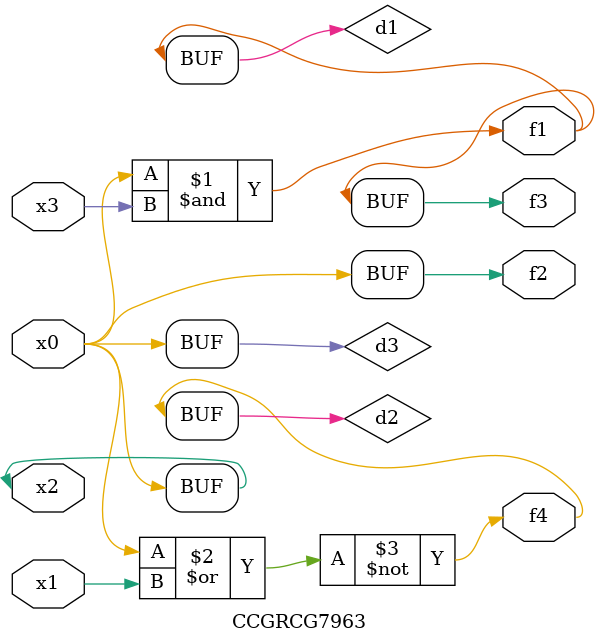
<source format=v>
module CCGRCG7963(
	input x0, x1, x2, x3,
	output f1, f2, f3, f4
);

	wire d1, d2, d3;

	and (d1, x2, x3);
	nor (d2, x0, x1);
	buf (d3, x0, x2);
	assign f1 = d1;
	assign f2 = d3;
	assign f3 = d1;
	assign f4 = d2;
endmodule

</source>
